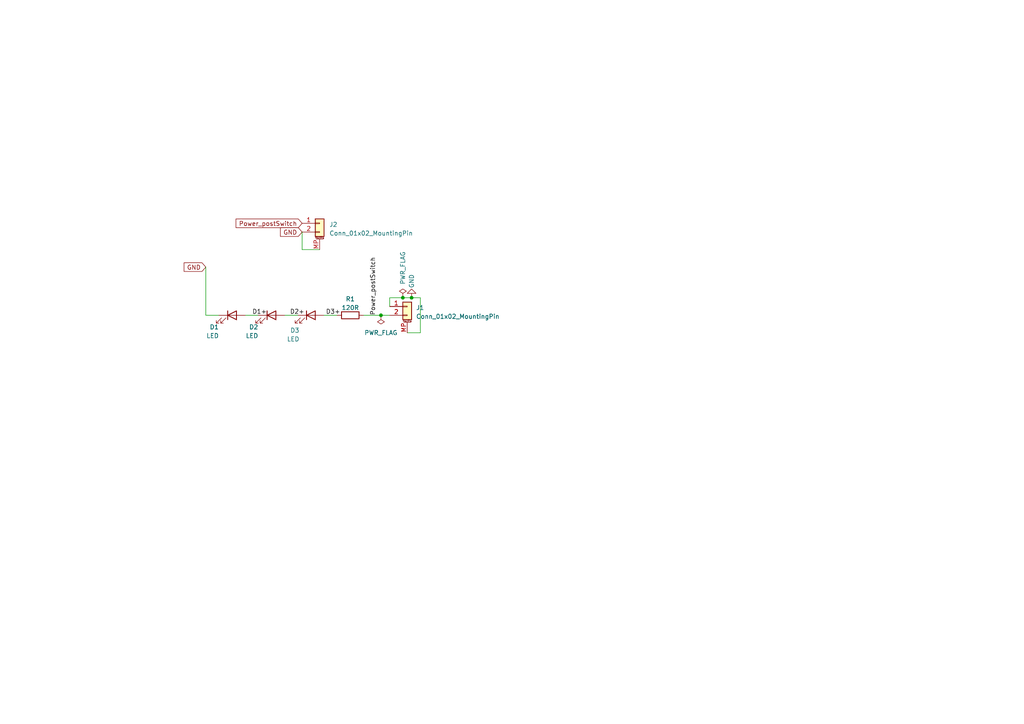
<source format=kicad_sch>
(kicad_sch (version 20231120) (generator "eeschema") (generator_version "8.0")
  (paper "A4")
  (lib_symbols
    (symbol "Connector_Generic_MountingPin:Conn_01x02_MountingPin" (pin_names (offset 1.016) hide)
      (property "Reference" "J" (at 0 2.54 0))
      (property "Value" "Conn_01x02_MountingPin" (at 1.27 -5.08 0))
      (symbol "Conn_01x02_MountingPin_1_1"
        (rectangle (start -1.27 -2.413) (end 0 -2.667) (stroke (width 0.1524)))
        (rectangle (start -1.27 0.127) (end 0 -0.127) (stroke (width 0.1524)))
        (rectangle (start -1.27 1.27) (end 1.27 -3.81) (stroke (width 0.254)) (fill (type background)))
        (polyline (pts (xy -1.016 -4.572) (xy 1.016 -4.572)) (stroke (width 0.1524)))
        (text "Mounting" (at 0 -4.191 0) (effects (font (size 0.381 0.381))))
        (pin passive line (at -5.08 0 0) (length 3.81) (name "Pin_1") (number "1"))
        (pin passive line (at -5.08 -2.54 0) (length 3.81) (name "Pin_2") (number "2"))
        (pin passive line (at 0 -7.62 90) (length 3.048) (name "MountPin") (number "MP"))
      )
    )
    (symbol "Device:LED" (pin_numbers hide) (pin_names (offset 1.016) hide)
      (property "Reference" "D" (at 0 2.54 0))
      (property "Value" "LED" (at 0 -2.54 0))
      (symbol "LED_0_1"
        (polyline (pts (xy -1.27 -1.27) (xy -1.27 1.27)) (stroke (width 0.254)))
        (polyline (pts (xy -1.27 0) (xy 1.27 0)))
        (polyline (pts (xy 1.27 -1.27) (xy 1.27 1.27) (xy -1.27 0) (xy 1.27 -1.27)) (stroke (width 0.254)))
        (polyline (pts (xy -3.048 -0.762) (xy -4.572 -2.286) (xy -3.81 -2.286) (xy -4.572 -2.286) (xy -4.572 -1.524)))
        (polyline (pts (xy -1.778 -0.762) (xy -3.302 -2.286) (xy -2.54 -2.286) (xy -3.302 -2.286) (xy -3.302 -1.524)))
      )
      (symbol "LED_1_1"
        (pin passive line (at -3.81 0 0) (length 2.54) (name "K") (number "1"))
        (pin passive line (at 3.81 0 180) (length 2.54) (name "A") (number "2"))
      )
    )
    (symbol "Device:R" (pin_numbers hide) (pin_names (offset 0))
      (property "Reference" "R" (at 2.032 0 90))
      (property "Value" "R" (at 0 0 90))
      (symbol "R_0_1"
        (rectangle (start -1.016 -2.54) (end 1.016 2.54) (stroke (width 0.254)))
      )
      (symbol "R_1_1"
        (pin passive line (at 0 3.81 270) (length 1.27) (name "~") (number "1"))
        (pin passive line (at 0 -3.81 90) (length 1.27) (name "~") (number "2"))
      )
    )
    (symbol "power:GND" (power) (pin_names (offset 0))
      (property "Value" "GND" (at 0 -3.81 0))
      (symbol "GND_0_1"
        (polyline (pts (xy 0 0) (xy 0 -1.27) (xy 1.27 -1.27) (xy 0 -2.54) (xy -1.27 -1.27) (xy 0 -1.27)))
      )
      (symbol "GND_1_1"
        (pin power_in line (at 0 0 270) (length 0) hide (name "GND") (number "1"))
      )
    )
    (symbol "power:PWR_FLAG" (power) (pin_numbers hide) (pin_names (offset 0) hide)
      (property "Value" "PWR_FLAG" (at 0 3.81 0))
      (symbol "PWR_FLAG_0_0"
        (pin power_out line (at 0 0 90) (length 0) (name "pwr") (number "1"))
      )
      (symbol "PWR_FLAG_0_1"
        (polyline (pts (xy 0 0) (xy 0 1.27) (xy -1.016 1.905) (xy 0 2.54) (xy 1.016 1.905) (xy 0 1.27)))
      )
    )
  )
  (junction (at 116.84 86.36))
  (junction (at 110.49 91.44))
  (junction (at 119.38 86.36))
  (wire (pts (xy 113.03 91.44) (xy 110.49 91.44)))
  (wire (pts (xy 121.92 86.36) (xy 121.92 96.52)))
  (wire (pts (xy 87.63 72.39) (xy 87.63 67.31)))
  (wire (pts (xy 113.03 88.9) (xy 113.03 86.36)))
  (wire (pts (xy 86.36 91.44) (xy 82.55 91.44)))
  (wire (pts (xy 97.79 91.44) (xy 93.98 91.44)))
  (wire (pts (xy 121.92 96.52) (xy 118.11 96.52)))
  (wire (pts (xy 110.49 91.44) (xy 105.41 91.44)))
  (wire (pts (xy 63.5 91.44) (xy 59.69 91.44)))
  (wire (pts (xy 119.38 86.36) (xy 121.92 86.36)))
  (wire (pts (xy 59.69 91.44) (xy 59.69 77.47)))
  (wire (pts (xy 74.93 91.44) (xy 71.12 91.44)))
  (wire (pts (xy 113.03 86.36) (xy 116.84 86.36)))
  (wire (pts (xy 92.71 72.39) (xy 87.63 72.39)))
  (wire (pts (xy 116.84 86.36) (xy 119.38 86.36)))
  (label "Power_postSwitch" (at 109.22 91.44 90))
  (label "D2+" (at 84.074 91.44 0))
  (label "D3+" (at 94.488 91.44 0))
  (label "D1+" (at 73.152 91.44 0))
  (global_label "Power_postSwitch" (shape input) (at 87.63 64.77 180) (property "Intersheetrefs" "${INTERSHEET_REFS}" (effects (hide yes))))
  (global_label "GND" (shape input) (at 59.69 77.47 180) (property "Intersheetrefs" "${INTERSHEET_REFS}" (effects (hide yes))))
  (global_label "GND" (shape input) (at 87.63 67.31 180) (property "Intersheetrefs" "${INTERSHEET_REFS}" (effects (hide yes))))
  (symbol (lib_id "Device:LED") (at 67.31 91.44 0) (unit 1)
    (property "Reference" "D1" (at 63.5 94.8598 0) (effects (justify right)))
    (property "Value" "LED" (at 63.5 97.3967 0) (effects (justify right)))
    (property "Footprint" "sensorstrip:LED_THT-1.27mm-OrthogonalSMDAndTHT" (effects (hide yes)))
  )
  (symbol (lib_id "power:PWR_FLAG") (at 116.84 86.36 0) (unit 1)
    (property "Reference" "#FLG0102" (effects (hide yes)))
    (property "Value" "PWR_FLAG" (at 116.8401 82.55 90) (effects (justify left)))
  )
  (symbol (lib_id "Connector_Generic_MountingPin:Conn_01x02_MountingPin") (at 118.11 88.9 0) (unit 1)
    (property "Reference" "J1" (at 120.65 89.2555 0) (effects (justify left)))
    (property "Value" "Conn_01x02_MountingPin" (at 120.65 91.7955 0) (effects (justify left)))
    (property "Footprint" "sensorstrip:Molex_Picoblade_53261-0271-Hybrid" (effects (hide yes)))
  )
  (symbol (lib_id "Connector_Generic_MountingPin:Conn_01x02_MountingPin") (at 92.71 64.77 0) (unit 1)
    (property "Reference" "J2" (at 95.504 65.1255 0) (effects (justify left)))
    (property "Value" "Conn_01x02_MountingPin" (at 95.504 67.6655 0) (effects (justify left)))
    (property "Footprint" "sensorstrip:Molex_Picoblade_53261-0271-Hybrid" (effects (hide yes)))
  )
  (symbol (lib_id "Device:LED") (at 78.74 91.44 0) (unit 1)
    (property "Reference" "D2" (at 74.93 94.8598 0) (effects (justify right)))
    (property "Value" "LED" (at 74.93 97.3967 0) (effects (justify right)))
    (property "Footprint" "sensorstrip:LED_THT-1.27mm-OrthogonalSMDAndTHT" (effects (hide yes)))
  )
  (symbol (lib_id "power:PWR_FLAG") (at 110.49 91.44 180) (unit 1)
    (property "Reference" "#FLG0101" (effects (hide yes)))
    (property "Value" "PWR_FLAG" (at 110.49 96.52 0))
  )
  (symbol (lib_id "Device:LED") (at 90.17 91.44 0) (unit 1)
    (property "Reference" "D3" (at 86.868 95.8214 0) (effects (justify right)))
    (property "Value" "LED" (at 86.868 98.3614 0) (effects (justify right)))
    (property "Footprint" "sensorstrip:LED_THT-1.27mm-OrthogonalSMDAndTHT" (effects (hide yes)))
  )
  (symbol (lib_id "power:GND") (at 119.38 86.36 0) (mirror x) (unit 1)
    (property "Reference" "#PWR0101" (effects (hide yes)))
    (property "Value" "GND" (at 119.38 79.502 90) (effects (justify left)))
  )
  (symbol (lib_id "Device:R") (at 101.6 91.44 90) (unit 1)
    (property "Reference" "R1" (at 101.6 86.7242 90))
    (property "Value" "120R" (at 101.6 89.2611 90))
    (property "Footprint" "Resistor_SMD:R_0805_2012Metric_Pad1.20x1.40mm_HandSolder" (effects (hide yes)))
  )
)
</source>
